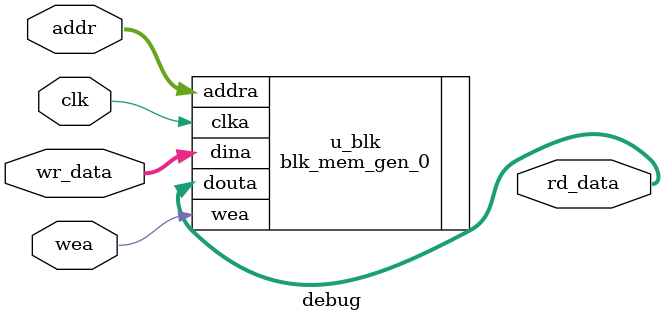
<source format=v>
`timescale 1ns / 1ps


module debug(
    input clk,
    // input rstn,
    input [9: 0] addr,
    input [31: 0] wr_data,
    input wea,
    output [31: 0] rd_data
    );
    blk_mem_gen_0 u_blk(
        .addra  (addr),
        .clka   (clk),
        .dina   (wr_data),
        .douta  (rd_data),
        .wea    (wea)
    );
endmodule

</source>
